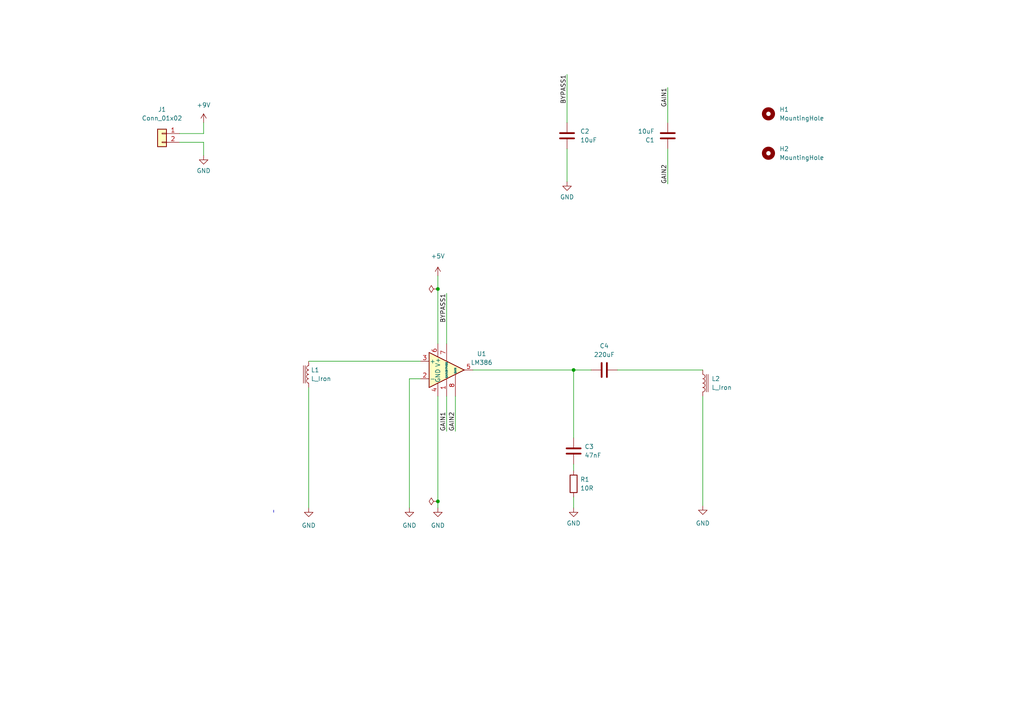
<source format=kicad_sch>
(kicad_sch (version 20211123) (generator eeschema)
  (paper "A4")
  (title_block (title "Sustainer") (rev "A"))
  (lib_symbols
    (symbol "Amplifier_Audio:LM386" (pin_names (offset 0.127))
      (property "Reference" "U" (at 1.27 7.62 0))
      (property "Value" "LM386" (at 1.27 5.08 0))
      (symbol "LM386_0_1"
        (polyline (pts (xy 5.08 0) (xy -5.08 5.08) (xy -5.08 -5.08) (xy 5.08 0)) (stroke (width 0.254)) (fill (type background)))
      )
      (symbol "LM386_1_1"
        (pin input line (at 0 -7.62 90) (length 5.08) (name "GAIN") (number "1"))
        (pin input line (at -7.62 -2.54 0) (length 2.54) (name "-") (number "2"))
        (pin input line (at -7.62 2.54 0) (length 2.54) (name "+") (number "3"))
        (pin power_in line (at -2.54 -7.62 90) (length 3.81) (name "GND") (number "4"))
        (pin output line (at 7.62 0 180) (length 2.54) (name "~") (number "5"))
        (pin power_in line (at -2.54 7.62 270) (length 3.81) (name "V+") (number "6"))
        (pin input line (at 0 7.62 270) (length 5.08) (name "BYPASS") (number "7"))
        (pin input line (at 2.54 -7.62 90) (length 6.35) (name "GAIN") (number "8"))
      )
    )
    (symbol "Connector_Generic:Conn_01x02" (pin_names (offset 1.016) hide)
      (property "Reference" "J" (at 0 2.54 0))
      (property "Value" "Conn_01x02" (at 0 -5.08 0))
      (symbol "Conn_01x02_1_1"
        (rectangle (start -1.27 -2.413) (end 0 -2.667) (stroke (width 0.1524)))
        (rectangle (start -1.27 0.127) (end 0 -0.127) (stroke (width 0.1524)))
        (rectangle (start -1.27 1.27) (end 1.27 -3.81) (stroke (width 0.254)) (fill (type background)))
        (pin passive line (at -5.08 0 0) (length 3.81) (name "Pin_1") (number "1"))
        (pin passive line (at -5.08 -2.54 0) (length 3.81) (name "Pin_2") (number "2"))
      )
    )
    (symbol "Device:C" (pin_numbers hide) (pin_names (offset 0.254))
      (property "Reference" "C" (at 0.635 2.54 0))
      (property "Value" "C" (at 0.635 -2.54 0))
      (symbol "C_0_1"
        (polyline (pts (xy -2.032 -0.762) (xy 2.032 -0.762)) (stroke (width 0.508)))
        (polyline (pts (xy -2.032 0.762) (xy 2.032 0.762)) (stroke (width 0.508)))
      )
      (symbol "C_1_1"
        (pin passive line (at 0 3.81 270) (length 2.794) (name "~") (number "1"))
        (pin passive line (at 0 -3.81 90) (length 2.794) (name "~") (number "2"))
      )
    )
    (symbol "Device:L_Iron" (pin_numbers hide) (pin_names (offset 1.016) hide)
      (property "Reference" "L" (at -1.27 0 90))
      (property "Value" "L_Iron" (at 2.794 0 90))
      (symbol "L_Iron_0_1"
        (arc (start 0 -2.54) (mid 0.635 -1.905) (end 0 -1.27))
        (arc (start 0 -1.27) (mid 0.635 -0.635) (end 0 0))
        (polyline (pts (xy 1.016 2.54) (xy 1.016 -2.54)))
        (polyline (pts (xy 1.524 -2.54) (xy 1.524 2.54)))
        (arc (start 0 0) (mid 0.635 0.635) (end 0 1.27))
        (arc (start 0 1.27) (mid 0.635 1.905) (end 0 2.54))
      )
      (symbol "L_Iron_1_1"
        (pin passive line (at 0 3.81 270) (length 1.27) (name "1") (number "1"))
        (pin passive line (at 0 -3.81 90) (length 1.27) (name "2") (number "2"))
      )
    )
    (symbol "Device:R" (pin_numbers hide) (pin_names (offset 0))
      (property "Reference" "R" (at 2.032 0 90))
      (property "Value" "R" (at 0 0 90))
      (symbol "R_0_1"
        (rectangle (start -1.016 -2.54) (end 1.016 2.54) (stroke (width 0.254)))
      )
      (symbol "R_1_1"
        (pin passive line (at 0 3.81 270) (length 1.27) (name "~") (number "1"))
        (pin passive line (at 0 -3.81 90) (length 1.27) (name "~") (number "2"))
      )
    )
    (symbol "Mechanical:MountingHole" (pin_names (offset 1.016))
      (property "Reference" "H" (at 0 5.08 0))
      (property "Value" "MountingHole" (at 0 3.175 0))
      (symbol "MountingHole_0_1"
        (circle (center 0 0) (radius 1.27) (stroke (width 1.27)))
      )
    )
    (symbol "power:+5V" (power) (pin_names (offset 0))
      (property "Value" "+5V" (at 0 3.556 0))
      (symbol "+5V_0_1"
        (polyline (pts (xy -0.762 1.27) (xy 0 2.54)))
        (polyline (pts (xy 0 0) (xy 0 2.54)))
        (polyline (pts (xy 0 2.54) (xy 0.762 1.27)))
      )
      (symbol "+5V_1_1"
        (pin power_in line (at 0 0 90) (length 0) hide (name "+5V") (number "1"))
      )
    )
    (symbol "power:+9V" (power) (pin_names (offset 0))
      (property "Value" "+9V" (at 0 3.556 0))
      (symbol "+9V_0_1"
        (polyline (pts (xy -0.762 1.27) (xy 0 2.54)))
        (polyline (pts (xy 0 0) (xy 0 2.54)))
        (polyline (pts (xy 0 2.54) (xy 0.762 1.27)))
      )
      (symbol "+9V_1_1"
        (pin power_in line (at 0 0 90) (length 0) hide (name "+9V") (number "1"))
      )
    )
    (symbol "power:GND" (power) (pin_names (offset 0))
      (property "Value" "GND" (at 0 -3.81 0))
      (symbol "GND_0_1"
        (polyline (pts (xy 0 0) (xy 0 -1.27) (xy 1.27 -1.27) (xy 0 -2.54) (xy -1.27 -1.27) (xy 0 -1.27)))
      )
      (symbol "GND_1_1"
        (pin power_in line (at 0 0 270) (length 0) hide (name "GND") (number "1"))
      )
    )
    (symbol "power:PWR_FLAG" (power) (pin_numbers hide) (pin_names (offset 0) hide)
      (property "Value" "PWR_FLAG" (at 0 3.81 0))
      (symbol "PWR_FLAG_0_0"
        (pin power_out line (at 0 0 90) (length 0) (name "pwr") (number "1"))
      )
      (symbol "PWR_FLAG_0_1"
        (polyline (pts (xy 0 0) (xy 0 1.27) (xy -1.016 1.905) (xy 0 2.54) (xy 1.016 1.905) (xy 0 1.27)))
      )
    )
  )
  (junction (at 127 145.415))
  (junction (at 166.37 107.315))
  (junction (at 127 83.82))
  (wire (pts (xy 193.675 43.18) (xy 193.675 53.34)))
  (wire (pts (xy 52.07 38.735) (xy 59.055 38.735)))
  (wire (pts (xy 193.675 35.56) (xy 193.675 25.4)))
  (wire (pts (xy 164.465 43.18) (xy 164.465 52.705)))
  (wire (pts (xy 89.535 104.775) (xy 121.92 104.775)))
  (wire (pts (xy 166.37 134.62) (xy 166.37 136.525)))
  (wire (pts (xy 164.465 21.59) (xy 164.465 35.56)))
  (wire (pts (xy 89.535 112.395) (xy 89.535 147.32)))
  (wire (pts (xy 137.16 107.315) (xy 166.37 107.315)))
  (wire (pts (xy 132.08 114.935) (xy 132.08 125.095)))
  (wire (pts (xy 121.92 109.855) (xy 118.745 109.855)))
  (wire (pts (xy 127 83.82) (xy 127 99.695)))
  (polyline (pts (xy 79.375 147.955) (xy 79.375 148.59)))
  (wire (pts (xy 127 145.415) (xy 127 147.32)))
  (wire (pts (xy 129.54 85.09) (xy 129.54 99.695)))
  (wire (pts (xy 166.37 144.145) (xy 166.37 147.32)))
  (wire (pts (xy 59.055 35.56) (xy 59.055 38.735)))
  (wire (pts (xy 59.055 41.275) (xy 59.055 45.085)))
  (wire (pts (xy 179.07 107.315) (xy 203.835 107.315)))
  (wire (pts (xy 118.745 109.855) (xy 118.745 147.32)))
  (wire (pts (xy 52.07 41.275) (xy 59.055 41.275)))
  (wire (pts (xy 127 114.935) (xy 127 145.415)))
  (wire (pts (xy 129.54 114.935) (xy 129.54 125.095)))
  (wire (pts (xy 127 80.01) (xy 127 83.82)))
  (wire (pts (xy 203.835 114.935) (xy 203.835 146.685)))
  (wire (pts (xy 166.37 107.315) (xy 171.45 107.315)))
  (wire (pts (xy 166.37 107.315) (xy 166.37 127)))
  (label "BYPASS1" (at 129.54 85.09 270))
  (label "GAIN1" (at 193.675 25.4 270))
  (label "GAIN2" (at 132.08 125.095 90))
  (label "BYPASS1" (at 164.465 21.59 270))
  (label "GAIN2" (at 193.675 53.34 90))
  (label "GAIN1" (at 129.54 125.095 90))
  (symbol (lib_id "Device:C") (at 166.37 130.81 180) (unit 1)
    (property "Reference" "C3" (at 169.545 129.5399 0) (effects (justify right)))
    (property "Value" "47nF" (at 169.545 132.0799 0) (effects (justify right)))
    (property "Footprint" "Capacitor_SMD:C_0805_2012Metric_Pad1.18x1.45mm_HandSolder" (effects hide))
  )
  (symbol (lib_id "Device:R") (at 166.37 140.335 0) (unit 1)
    (property "Reference" "R1" (at 168.275 139.0649 0) (effects (justify left)))
    (property "Value" "10R" (at 168.275 141.6049 0) (effects (justify left)))
    (property "Footprint" "Resistor_SMD:R_0805_2012Metric_Pad1.20x1.40mm_HandSolder" (effects hide))
  )
  (symbol (lib_id "power:GND") (at 164.465 52.705 0) (unit 1)
    (property "Reference" "#PWR06" (effects hide))
    (property "Value" "GND" (at 164.465 57.15 0))
  )
  (symbol (lib_id "Device:L_Iron") (at 203.835 111.125 0) (unit 1)
    (property "Reference" "L2" (at 206.375 109.8549 0) (effects (justify left)))
    (property "Value" "L_Iron" (at 206.375 112.3949 0) (effects (justify left)))
    (property "Footprint" "Inductor_SMD:L_Taiyo-Yuden_NR-80xx_HandSoldering" (effects hide))
    (property "Datasheet" "${KIPRJMOD}/datasheets/2108131830_SXN-Shun-Xiang-Nuo-Elec-SMNR6028-4R7MT_C266428.pdf" (effects hide))
  )
  (symbol (lib_id "Device:L_Iron") (at 89.535 108.585 180) (unit 1)
    (property "Reference" "L1" (at 90.17 107.3149 0) (effects (justify right)))
    (property "Value" "L_Iron" (at 90.17 109.8549 0) (effects (justify right)))
    (property "Footprint" "Inductor_SMD:L_Taiyo-Yuden_NR-80xx_HandSoldering" (effects hide))
    (property "Datasheet" "${KIPRJMOD}/datasheets/2108131830_SXN-Shun-Xiang-Nuo-Elec-SMNR6028-4R7MT_C266428.pdf" (effects hide))
  )
  (symbol (lib_id "Device:C") (at 193.675 39.37 0) (mirror x) (unit 1)
    (property "Reference" "C1" (at 189.865 40.6401 0) (effects (justify right)))
    (property "Value" "10uF" (at 189.865 38.1001 0) (effects (justify right)))
    (property "Footprint" "Capacitor_SMD:C_Elec_4x5.8" (effects hide))
  )
  (symbol (lib_id "Device:C") (at 164.465 39.37 0) (mirror y) (unit 1)
    (property "Reference" "C2" (at 168.275 38.0999 0) (effects (justify right)))
    (property "Value" "10uF" (at 168.275 40.6399 0) (effects (justify right)))
    (property "Footprint" "Capacitor_SMD:C_Elec_4x5.8" (effects hide))
  )
  (symbol (lib_id "power:GND") (at 127 147.32 0) (unit 1)
    (property "Reference" "#PWR05" (effects hide))
    (property "Value" "GND" (at 127 152.4 0))
  )
  (symbol (lib_id "power:PWR_FLAG") (at 127 145.415 90) (unit 1)
    (property "Reference" "#FLG02" (effects hide))
    (property "Value" "PWR_FLAG" (effects hide))
  )
  (symbol (lib_id "power:GND") (at 166.37 147.32 0) (unit 1)
    (property "Reference" "#PWR07" (effects hide))
    (property "Value" "GND" (at 166.37 151.765 0))
  )
  (symbol (lib_id "power:PWR_FLAG") (at 127 83.82 90) (unit 1)
    (property "Reference" "#FLG01" (effects hide))
    (property "Value" "PWR_FLAG" (effects hide))
  )
  (symbol (lib_id "Mechanical:MountingHole") (at 222.885 33.02 0) (unit 1)
    (property "Reference" "H1" (at 226.06 31.7499 0) (effects (justify left)))
    (property "Value" "MountingHole" (at 226.06 34.2899 0) (effects (justify left)))
    (property "Footprint" "MountingHole:MountingHole_2.5mm_Pad_TopBottom" (effects hide))
  )
  (symbol (lib_id "power:+9V") (at 59.055 35.56 0) (unit 1)
    (property "Reference" "#PWR?" (effects hide))
    (property "Value" "+9V" (at 59.055 30.48 0))
  )
  (symbol (lib_id "power:+5V") (at 127 80.01 0) (unit 1)
    (property "Reference" "#PWR04" (effects hide))
    (property "Value" "+5V" (at 127 74.295 0))
  )
  (symbol (lib_id "Mechanical:MountingHole") (at 222.885 44.45 0) (unit 1)
    (property "Reference" "H2" (at 226.06 43.1799 0) (effects (justify left)))
    (property "Value" "MountingHole" (at 226.06 45.7199 0) (effects (justify left)))
    (property "Footprint" "MountingHole:MountingHole_2.5mm_Pad_TopBottom" (effects hide))
  )
  (symbol (lib_id "Connector_Generic:Conn_01x02") (at 46.99 38.735 0) (mirror y) (unit 1)
    (property "Reference" "J1" (at 46.99 31.75 0))
    (property "Value" "Conn_01x02" (at 46.99 34.29 0))
    (property "Footprint" "Connector_PinHeader_2.54mm:PinHeader_1x02_P2.54mm_Vertical" (effects hide))
  )
  (symbol (lib_id "power:GND") (at 59.055 45.085 0) (unit 1)
    (property "Reference" "#PWR03" (effects hide))
    (property "Value" "GND" (at 59.055 49.53 0))
  )
  (symbol (lib_id "Device:C") (at 175.26 107.315 90) (unit 1)
    (property "Reference" "C4" (at 175.26 100.33 90))
    (property "Value" "220uF" (at 175.26 102.87 90))
    (property "Footprint" "Capacitor_SMD:CP_Elec_8x6.9" (effects hide))
  )
  (symbol (lib_id "power:GND") (at 89.535 147.32 0) (unit 1)
    (property "Reference" "#PWR01" (effects hide))
    (property "Value" "GND" (at 89.535 152.4 0))
  )
  (symbol (lib_id "power:GND") (at 203.835 146.685 0) (unit 1)
    (property "Reference" "#PWR08" (effects hide))
    (property "Value" "GND" (at 203.835 151.765 0))
  )
  (symbol (lib_id "Amplifier_Audio:LM386") (at 129.54 107.315 0) (unit 1)
    (property "Reference" "U1" (at 139.7 102.616 0))
    (property "Value" "LM386" (at 139.7 105.156 0))
    (property "Footprint" "Package_SO:SOIC-8_3.9x4.9mm_P1.27mm" (effects hide))
    (property "Datasheet" "${KIPRJMOD}/datasheets/lm386.pdf" (effects hide))
  )
  (symbol (lib_id "power:GND") (at 118.745 147.32 0) (unit 1)
    (property "Reference" "#PWR09" (effects hide))
    (property "Value" "GND" (at 118.745 152.4 0))
  )
)
</source>
